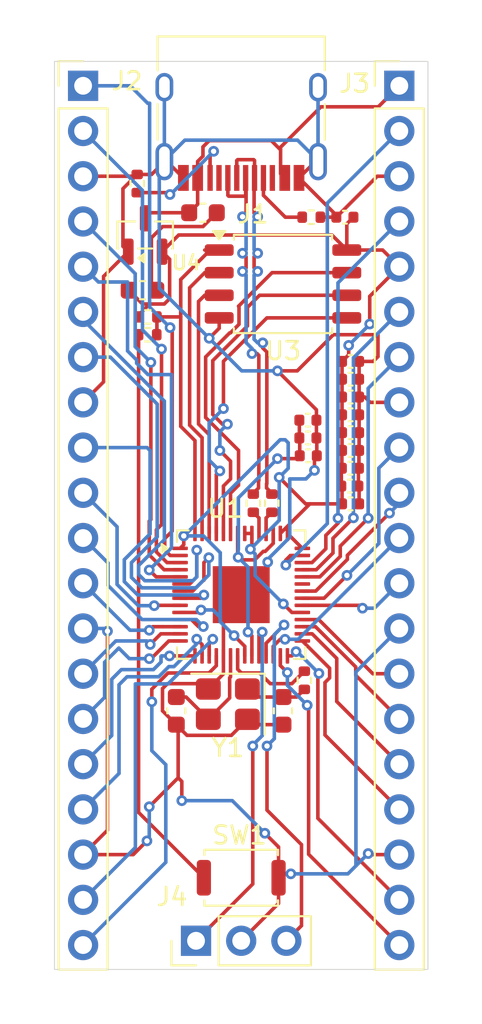
<source format=kicad_pcb>
(kicad_pcb (version 20241229) (generator "pcbnew") (generator_version "9.0")
  (layers (0 "F.Cu" signal) (2 "B.Cu" signal) (13 "F.Paste" user) (15 "B.Paste" user) (5 "F.SilkS" user "F.Silkscreen") (7 "B.SilkS" user "B.Silkscreen") (1 "F.Mask" user) (3 "B.Mask" user) (25 "Edge.Cuts" user))
  (net 0 "")
  (net 1 "GND")
  (net 2 "+1V1")
  (net 3 "Net-(C13-Pad2)")
  (net 4 "VBUS")
  (net 5 "+3V3")
  (net 6 "XIN")
  (net 7 "Net-(C16-Pad2)")
  (net 8 "Net-(J1-CC2)")
  (net 9 "USB_D-")
  (net 10 "USB_D+")
  (net 11 "Net-(J1-CC1)")
  (net 12 "GPI02")
  (net 13 "GPI15")
  (net 14 "GPI00")
  (net 15 "GPI07")
  (net 16 "GPI14")
  (net 17 "GPI10")
  (net 18 "GPI12")
  (net 19 "GPI09")
  (net 20 "GPI13")
  (net 21 "GPI04")
  (net 22 "GPI08")
  (net 23 "GPI01")
  (net 24 "GPI06")
  (net 25 "GPI03")
  (net 26 "GPI05")
  (net 27 "GPI11")
  (net 28 "GPI19")
  (net 29 "GPI17")
  (net 30 "GPI22")
  (net 31 "GPIO27_ADC1")
  (net 32 "GPI21")
  (net 33 "RUN")
  (net 34 "GPI16")
  (net 35 "GPI23")
  (net 36 "GPIO29_ADC3")
  (net 37 "GPI24")
  (net 38 "GPI18")
  (net 39 "GPI20")
  (net 40 "GPIO26_ADC0")
  (net 41 "GPIO28_ADC2")
  (net 42 "SWLCK")
  (net 43 "SWD")
  (net 44 "Net-(U1-USB_DP)")
  (net 45 "Net-(U1-USB_DM)")
  (net 46 "XOUT")
  (net 47 "QSPI_SS")
  (net 48 "Net-(R7-Pad1)")
  (net 49 "QSPI_SD2")
  (net 50 "QSPI_SD1")
  (net 51 "QSPI_SD0")
  (net 52 "QSPI_SCLK")
  (net 54 "QSPI_SD3")
  (footprint "Capacitor_SMD:C_0402_1005Metric" (layer "F.Cu") (at 166.8 65.6)
    (property "Reference" "C3" (hide yes))
    (property "Value" "0.1uF" (hide yes))
  )
  (footprint "Capacitor_SMD:C_0402_1005Metric" (layer "F.Cu") (at 164.4 66.9)
    (property "Reference" "C10" (hide yes))
    (property "Value" "1uF")
  )
  (footprint "Crystal:Crystal_SMD_3225-4Pin_3.2x2.5mm" (layer "F.Cu") (at 159.9 82.85 180)
    (property "Reference" "Y1")
    (property "Value" "12 MHz")
  )
  (footprint "Capacitor_SMD:C_0402_1005Metric" (layer "F.Cu") (at 166.8 71.6)
    (property "Reference" "C9" (hide yes))
    (property "Value" "1uF" (hide yes))
  )
  (footprint "Resistor_SMD:R_0402_1005Metric" (layer "F.Cu") (at 154.8 53.61 90)
    (property "Reference" "R2" (hide yes))
    (property "Value" "5.1K")
  )
  (footprint "Capacitor_SMD:C_0402_1005Metric" (layer "F.Cu") (at 166.8 67.6)
    (property "Reference" "C5" (hide yes))
    (property "Value" "0.1uF" (hide yes))
  )
  (footprint "Resistor_SMD:R_0402_1005Metric" (layer "F.Cu") (at 164.59 55.5)
    (property "Reference" "R1" (hide yes))
    (property "Value" "5.1K")
  )
  (footprint "Capacitor_SMD:C_0402_1005Metric" (layer "F.Cu") (at 164.4 67.9)
    (property "Reference" "C12" (hide yes))
    (property "Value" "0.1uF" (hide yes))
  )
  (footprint "Package_TO_SOT_SMD:SOT-23" (layer "F.Cu") (at 155.25 56.5 90)
    (property "Reference" "U4")
    (property "Value" "MCP1700x-330xxTT" (hide yes))
  )
  (footprint "Connector_PinHeader_2.54mm:PinHeader_1x03_P2.54mm_Vertical" (layer "F.Cu") (at 158.11 96.14 90)
    (property "Reference" "J4")
    (property "Value" "Conn_01x03")
  )
  (footprint "Button_Switch_SMD:SW_Push_SPST_NO_Alps_SKRK" (layer "F.Cu") (at 160.65 92.6 180)
    (property "Reference" "SW1")
    (property "Value" "SW_Push")
  )
  (footprint "Capacitor_SMD:C_0603_1608Metric" (layer "F.Cu") (at 158.5 55.25)
    (property "Reference" "C13" (hide yes))
    (property "Value" "10uF")
  )
  (footprint "Capacitor_SMD:C_0402_1005Metric" (layer "F.Cu") (at 166.8 64.6)
    (property "Reference" "C2" (hide yes))
    (property "Value" "0.1uF" (hide yes))
  )
  (footprint "Resistor_SMD:R_0402_1005Metric" (layer "F.Cu") (at 164.2 81.51 90)
    (property "Reference" "R5" (hide yes))
    (property "Value" "1K")
  )
  (footprint "Connector_PinHeader_2.54mm:PinHeader_1x20_P2.54mm_Vertical" (layer "F.Cu") (at 169.54 48.12)
    (property "Reference" "J3")
    (property "Value" "Conn_01x20")
  )
  (footprint "Capacitor_SMD:C_0402_1005Metric" (layer "F.Cu") (at 166.48 55.5 180)
    (property "Reference" "C17" (hide yes))
    (property "Value" "0.1uF")
  )
  (footprint "Capacitor_SMD:C_0402_1005Metric" (layer "F.Cu") (at 164.42 68.9)
    (property "Reference" "C11" (hide yes))
    (property "Value" "0.1uF" (hide yes))
  )
  (footprint "Connector_USB:USB_C_Receptacle_HRO_TYPE-C-31-M-12" (layer "F.Cu") (at 160.65 49.25 180)
    (property "Reference" "J1")
    (property "Value" "USB_C_Receptacle_USB2.0_14P")
  )
  (footprint "Resistor_SMD:R_0402_1005Metric" (layer "F.Cu") (at 162.37 71.5625 -90)
    (property "Reference" "R4" (hide yes))
    (property "Value" "27")
  )
  (footprint "Package_DFN_QFN:QFN-56-1EP_7x7mm_P0.4mm_EP3.2x3.2mm" (layer "F.Cu") (at 160.65 76.7)
    (property "Reference" "U1")
    (property "Value" "RP2040")
  )
  (footprint "Capacitor_SMD:C_0402_1005Metric" (layer "F.Cu") (at 166.8 63.6)
    (property "Reference" "C1" (hide yes))
    (property "Value" "0.1uF" (hide yes))
  )
  (footprint "Capacitor_SMD:C_0603_1608Metric" (layer "F.Cu") (at 155.1 59.6)
    (property "Reference" "C14" (hide yes))
    (property "Value" "10uF")
  )
  (footprint "Resistor_SMD:R_0402_1005Metric" (layer "F.Cu") (at 155.4 61.1)
    (property "Reference" "R6" (hide yes))
    (property "Value" "10K")
  )
  (footprint "Capacitor_SMD:C_0402_1005Metric" (layer "F.Cu") (at 166.8 68.6)
    (property "Reference" "C6" (hide yes))
    (property "Value" "0.1uF" (hide yes))
  )
  (footprint "Capacitor_SMD:C_0402_1005Metric" (layer "F.Cu") (at 166.8 66.6)
    (property "Reference" "C7" (hide yes))
    (property "Value" "0.1uF" (hide yes))
  )
  (footprint "Package_SO:SOIC-8_5.3x5.3mm_P1.27mm" (layer "F.Cu") (at 163 59.25)
    (property "Reference" "U3")
    (property "Value" "W25Q128JVS")
  )
  (footprint "Resistor_SMD:R_0402_1005Metric" (layer "F.Cu") (at 155.39 62.1)
    (property "Reference" "R7" (hide yes))
    (property "Value" "1K")
  )
  (footprint "Connector_PinHeader_2.54mm:PinHeader_1x20_P2.54mm_Vertical" (layer "F.Cu") (at 151.76 48.12)
    (property "Reference" "J2")
    (property "Value" "Conn_01x20")
  )
  (footprint "Capacitor_SMD:C_0603_1608Metric" (layer "F.Cu") (at 157 83.225 90)
    (property "Reference" "C15" (hide yes))
    (property "Value" "33pF")
  )
  (footprint "Capacitor_SMD:C_0603_1608Metric" (layer "F.Cu") (at 163 83.225 90)
    (property "Reference" "C16" (hide yes))
    (property "Value" "33pF")
  )
  (footprint "Capacitor_SMD:C_0402_1005Metric" (layer "F.Cu") (at 166.76 70.6)
    (property "Reference" "C4" (hide yes))
    (property "Value" "0.1uF" (hide yes))
  )
  (footprint "Capacitor_SMD:C_0402_1005Metric" (layer "F.Cu") (at 166.79 69.6)
    (property "Reference" "C8" (hide yes))
    (property "Value" "0.1uF" (hide yes))
  )
  (footprint "Resistor_SMD:R_0402_1005Metric" (layer "F.Cu") (at 161.33 71.5625 -90)
    (property "Reference" "R3" (hide yes))
    (property "Value" "27")
  )
  (gr_rect (start 150.15 46.75) (end 171.15 97.75) (stroke (width 0.05)) (fill no) (layer "Edge.Cuts"))
  (segment (start 162.75 92.6) (end 162.75 94.04) (width 0.2) (layer "F.Cu") (net 1))
  (segment (start 166 55.395) (end 163.9 53.295) (width 0.2) (layer "F.Cu") (net 1))
  (segment (start 153.13 89.93) (end 151.76 91.3) (width 0.2) (layer "F.Cu") (net 1))
  (segment (start 165.1 55.5) (end 166 55.5) (width 0.2) (layer "F.Cu") (net 1))
  (segment (start 161 83.7) (end 160.099 84.601) (width 0.2) (layer "F.Cu") (net 1))
  (segment (start 169.54 91.3) (end 167.84853 91.3) (width 0.2) (layer "F.Cu") (net 1))
  (segment (start 167.28 66.6) (end 167.28 65.6) (width 0.2) (layer "F.Cu") (net 1))
  (segment (start 157.31 87.190735) (end 157.105 86.985735) (width 0.2) (layer "F.Cu") (net 1))
  (segment (start 167.28 63.6) (end 168.07 63.6) (width 0.2) (layer "F.Cu") (net 1))
  (segment (start 152.911 58.8265) (end 152.911 64.749) (width 0.2) (layer "F.Cu") (net 1))
  (segment (start 157.601 84.601) (end 157 84) (width 0.2) (layer "F.Cu") (net 1))
  (segment (start 156.33 52.38) (end 156.485 52.38) (width 0.2) (layer "F.Cu") (net 1))
  (segment (start 167.6 65.6) (end 167.9 65.9) (width 0.2) (layer "F.Cu") (net 1))
  (segment (start 155.35 90.53) (end 154.58 91.3) (width 0.2) (layer "F.Cu") (net 1))
  (segment (start 154 53.9) (end 154.8 53.1) (width 0.2) (layer "F.Cu") (net 1))
  (segment (start 167.27 68.61) (end 167.28 68.6) (width 0.2) (layer "F.Cu") (net 1))
  (segment (start 166 55.5) (end 168.3 53.2) (width 0.2) (layer "F.Cu") (net 1))
  (segment (start 152.911 64.749) (end 151.76 65.9) (width 0.2) (layer "F.Cu") (net 1))
  (segment (start 160.099 84.601) (end 157.601 84.601) (width 0.2) (layer "F.Cu") (net 1))
  (segment (start 164.77 69.72) (end 164.77 69.03) (width 0.2) (layer "F.Cu") (net 1))
  (segment (start 164.88 66.31888) (end 162.69112 64.13) (width 0.2) (layer "F.Cu") (net 1))
  (segment (start 162.97 92.38) (end 162.75 92.6) (width 0.2) (layer "F.Cu") (net 1))
  (segment (start 167.84853 91.3) (end 167.789265 91.240735) (width 0.2) (layer "F.Cu") (net 1))
  (segment (start 156.501 81.699) (end 158.499 81.699) (width 0.2) (layer "F.Cu") (net 1))
  (segment (start 164.815 52.38) (end 163.9 53.295) (width 0.2) (layer "F.Cu") (net 1))
  (segment (start 154.3 57.4375) (end 152.911 58.8265) (width 0.2) (layer "F.Cu") (net 1))
  (segment (start 157 84) (end 157.105 84.105) (width 0.2) (layer "F.Cu") (net 1))
  (segment (start 164.88 66.9) (end 164.88 67.9) (width 0.2) (layer "F.Cu") (net 1))
  (segment (start 159.65 77.7) (end 160.65 76.7) (width 0.2) (layer "F.Cu") (net 1))
  (segment (start 158.8 82) (end 159.65 81.15) (width 0.2) (layer "F.Cu") (net 1))
  (segment (start 167.27 69.6) (end 167.27 68.61) (width 0.2) (layer "F.Cu") (net 1))
  (segment (start 167.28 65.6) (end 167.6 65.6) (width 0.2) (layer "F.Cu") (net 1))
  (segment (start 156.224 83.224) (end 156.224 81.976) (width 0.2) (layer "F.Cu") (net 1))
  (segment (start 167.28 70.64) (end 167.24 70.6) (width 0.2) (layer "F.Cu") (net 1))
  (segment (start 164.97 52.38) (end 164.815 52.38) (width 0.2) (layer "F.Cu") (net 1))
  (segment (start 156.224 81.976) (end 156.501 81.699) (width 0.2) (layer "F.Cu") (net 1))
  (segment (start 162.69112 64.13) (end 163.8 64.13) (width 0.2) (layer "F.Cu") (net 1))
  (segment (start 164.88 66.9) (end 164.88 66.31888) (width 0.2) (layer "F.Cu") (net 1))
  (segment (start 156.485 52.38) (end 157.4 53.295) (width 0.2) (layer "F.Cu") (net 1))
  (segment (start 157.31 88.27) (end 157.31 87.190735) (width 0.2) (layer "F.Cu") (net 1))
  (segment (start 168.07 63.6) (end 168.34 63.33) (width 0.2) (layer "F.Cu") (net 1))
  (segment (start 163.44 92.38) (end 162.97 92.38) (width 0.2) (layer "F.Cu") (net 1))
  (segment (start 161 83.7) (end 160.5 83.7) (width 0.2) (layer "F.Cu") (net 1))
  (segment (start 151.76 53.2) (end 154.7 53.2) (width 0.2) (layer "F.Cu") (net 1))
  (segment (start 168.34 63.33) (end 168.34 62.1) (width 0.2) (layer "F.Cu") (net 1))
  (segment (start 159.65 80.1375) (end 159.65 77.7) (width 0.2) (layer "F.Cu") (net 1))
  (segment (start 167.24 69.63) (end 167.27 69.6) (width 0.2) (layer "F.Cu") (net 1))
  (segment (start 164.77 69.03) (end 164.9 68.9) (width 0.2) (layer "F.Cu") (net 1))
  (segment (start 157 84) (end 156.224 83.224) (width 0.2) (layer "F.Cu") (net 1))
  (segment (start 167.28 63.6) (end 167.28 64.6) (width 0.2) (layer "F.Cu") (net 1))
  (segment (start 162.75 90.87) (end 161.98 90.1) (width 0.2) (layer "F.Cu") (net 1))
  (segment (start 159.4125 61.155) (end 159.4125 61.7375) (width 0.2) (layer "F.Cu") (net 1))
  (segment (start 168.3 53.2) (end 169.54 53.2) (width 0.2) (layer "F.Cu") (net 1))
  (segment (start 168.34 62.1) (end 165.83 62.1) (width 0.2) (layer "F.Cu") (net 1))
  (segment (start 167.28 68.6) (end 167.28 67.6) (width 0.2) (layer "F.Cu") (net 1))
  (segment (start 163 84) (end 161.3 84) (width 0.2) (layer "F.Cu") (net 1))
  (segment (start 157.105 86.985735) (end 155.48 88.610735) (width 0.2) (layer "F.Cu") (net 1))
  (segment (start 162.75 92.6) (end 162.75 90.87) (width 0.2) (layer "F.Cu") (net 1))
  (segment (start 164.9 68.9) (end 164.9 67.92) (width 0.2) (layer "F.Cu") (net 1))
  (segment (start 159.4125 61.7375) (end 158.85 62.3) (width 0.2) (layer "F.Cu") (net 1))
  (segment (start 167.9 65.9) (end 169.54 65.9) (width 0.2) (layer "F.Cu") (net 1))
  (segment (start 158.499 81.699) (end 158.8 82) (width 0.2) (layer "F.Cu") (net 1))
  (segment (start 157.105 84.105) (end 157.105 86.985735) (width 0.2) (layer "F.Cu") (net 1))
  (segment (start 162.14 75.21) (end 162.14 74.87) (width 0.2) (layer "F.Cu") (net 1))
  (segment (start 165.83 62.1) (end 163.8 64.13) (width 0.2) (layer "F.Cu") (net 1))
  (segment (start 153.13 78.75) (end 153.13 89.93) (width 0.2) (layer "F.Cu") (net 1))
  (segment (start 154.58 91.3) (end 151.76 91.3) (width 0.2) (layer "F.Cu") (net 1))
  (segment (start 167.28 67.6) (end 167.28 66.6) (width 0.2) (layer "F.Cu") (net 1))
  (segment (start 164.9 67.92) (end 164.88 67.9) (width 0.2) (layer "F.Cu") (net 1))
  (segment (start 154.3 57.4375) (end 154 57.1375) (width 0.2) (layer "F.Cu") (net 1))
  (segment (start 162.75 94.04) (end 160.65 96.14) (width 0.2) (layer "F.Cu") (net 1))
  (segment (start 160.65 76.7) (end 162.14 75.21) (width 0.2) (layer "F.Cu") (net 1))
  (segment (start 167.24 70.6) (end 167.24 69.63) (width 0.2) (layer "F.Cu") (net 1))
  (segment (start 166 55.5) (end 166 55.395) (width 0.2) (layer "F.Cu") (net 1))
  (segment (start 161.3 84) (end 161 83.7) (width 0.2) (layer "F.Cu") (net 1))
  (segment (start 155.61 53.1) (end 156.33 52.38) (width 0.2) (layer "F.Cu") (net 1))
  (segment (start 154.8 53.1) (end 155.61 53.1) (width 0.2) (layer "F.Cu") (net 1))
  (segment (start 154.7 53.2) (end 154.8 53.1) (width 0.2) (layer "F.Cu") (net 1))
  (segment (start 167.28 65.6) (end 167.28 64.6) (width 0.2) (layer "F.Cu") (net 1))
  (segment (start 159.65 81.15) (end 159.65 80.1375) (width 0.2) (layer "F.Cu") (net 1))
  (segment (start 167.28 71.6) (end 167.28 70.64) (width 0.2) (layer "F.Cu") (net 1))
  (segment (start 154 57.1375) (end 154 53.9) (width 0.2) (layer "F.Cu") (net 1))
  (via (at 164.77 69.72) (size 0.6) (drill 0.3) (layers "F.Cu" "B.Cu") (net 1))
  (via (at 167.789265 91.240735) (size 0.6) (drill 0.3) (layers "F.Cu" "B.Cu") (net 1))
  (via (at 155.48 88.610735) (size 0.6) (drill 0.3) (layers "F.Cu" "B.Cu") (net 1))
  (via (at 157.31 88.27) (size 0.6) (drill 0.3) (layers "F.Cu" "B.Cu") (net 1))
  (via (at 153.13 78.75) (size 0.6) (drill 0.3) (layers "F.Cu" "B.Cu") (net 1))
  (via (at 162.69112 64.13) (size 0.6) (drill 0.3) (layers "F.Cu" "B.Cu") (net 1))
  (via (at 158.85 62.3) (size 0.6) (drill 0.3) (layers "F.Cu" "B.Cu") (net 1))
  (via (at 162.14 74.87) (size 0.6) (drill 0.3) (layers "F.Cu" "B.Cu") (net 1))
  (via (at 163.44 92.38) (size 0.6) (drill 0.3) (layers "F.Cu" "B.Cu") (net 1))
  (via (at 161.98 90.1) (size 0.6) (drill 0.3) (layers "F.Cu" "B.Cu") (net 1))
  (via (at 155.35 90.53) (size 0.6) (drill 0.3) (layers "F.Cu" "B.Cu") (net 1))
  (segment (start 167.1 91.93) (end 166.65 92.38) (width 0.2) (layer "B.Cu") (net 1))
  (segment (start 160.15 88.27) (end 157.31 88.27) (width 0.2) (layer "B.Cu") (net 1))
  (segment (start 162.14 74.87) (end 162.14 74.718694) (width 0.2) (layer "B.Cu") (net 1))
  (segment (start 161.98 90.1) (end 160.15 88.27) (width 0.2) (layer "B.Cu") (net 1))
  (segment (start 163.38 70.2) (end 164.29 70.2) (width 0.2) (layer "B.Cu") (net 1))
  (segment (start 164.97 48.2) (end 164.97 52.38) (width 0.2) (layer "B.Cu") (net 1))
  (segment (start 152.98 78.6) (end 153.13 78.75) (width 0.2) (layer "B.Cu") (net 1))
  (segment (start 156.33 52.38) (end 156.33 52.323992) (width 0.2) (layer "B.Cu") (net 1))
  (segment (start 164.29 70.2) (end 164.77 69.72) (width 0.2) (layer "B.Cu") (net 1))
  (segment (start 156.33 52.323992) (end 157.479992 51.174) (width 0.2) (layer "B.Cu") (net 1))
  (segment (start 158.85 62.3) (end 160.68 64.13) (width 0.2) (layer "B.Cu") (net 1))
  (segment (start 151.76 78.6) (end 152.98 78.6) (width 0.2) (layer "B.Cu") (net 1))
  (segment (start 167.789265 91.240735) (end 167.1 91.93) (width 0.2) (layer "B.Cu") (net 1))
  (segment (start 162.14 74.718694) (end 163.38 73.478694) (width 0.2) (layer "B.Cu") (net 1))
  (segment (start 155.48 88.610735) (end 155.48 90.4) (width 0.2) (layer "B.Cu") (net 1))
  (segment (start 163.820008 51.174) (end 164.97 52.323992) (width 0.2) (layer "B.Cu") (net 1))
  (segment (start 163.38 73.478694) (end 163.38 70.2) (width 0.2) (layer "B.Cu") (net 1))
  (segment (start 160.68 64.13) (end 162.69112 64.13) (width 0.2) (layer "B.Cu") (net 1))
  (segment (start 164.97 52.323992) (end 164.97 52.38) (width 0.2) (layer "B.Cu") (net 1))
  (segment (start 167.1 91.93) (end 167.1 81.04) (width 0.2) (layer "B.Cu") (net 1))
  (segment (start 166.65 92.38) (end 163.44 92.38) (width 0.2) (layer "B.Cu") (net 1))
  (segment (start 156.043038 52.666962) (end 156.33 52.38) (width 0.2) (layer "B.Cu") (net 1))
  (segment (start 158.85 62.3) (end 156.043038 59.493038) (width 0.2) (layer "B.Cu") (net 1))
  (segment (start 156.043038 59.493038) (end 156.043038 52.666962) (width 0.2) (layer "B.Cu") (net 1))
  (segment (start 167.1 81.04) (end 169.54 78.6) (width 0.2) (layer "B.Cu") (net 1))
  (segment (start 156.33 48.2) (end 156.33 52.38) (width 0.2) (layer "B.Cu") (net 1))
  (segment (start 157.479992 51.174) (end 163.820008 51.174) (width 0.2) (layer "B.Cu") (net 1))
  (segment (start 155.48 90.4) (end 155.35 90.53) (width 0.2) (layer "B.Cu") (net 1))
  (segment (start 162.69112 69.06) (end 163.78 69.06) (width 0.2) (layer "F.Cu") (net 2))
  (segment (start 161.891057 74.269) (end 162.001 74.269) (width 0.2) (layer "F.Cu") (net 2))
  (segment (start 161.25 80.1375) (end 161.25 79.018532) (width 0.2) (layer "F.Cu") (net 2))
  (segment (start 161.413793 74.746264) (end 161.891057 74.269) (width 0.2) (layer "F.Cu") (net 2))
  (segment (start 161.25 79.018532) (end 161.03147 78.800002) (width 0.2) (layer "F.Cu") (net 2))
  (segment (start 162.45 73.82) (end 162.001 74.269) (width 0.2) (layer "F.Cu") (net 2))
  (segment (start 163.92 67.9) (end 163.92 66.9) (width 0.2) (layer "F.Cu") (net 2))
  (segment (start 163.94 68.9) (end 163.94 67.92) (width 0.2) (layer "F.Cu") (net 2))
  (segment (start 162.45 73.2625) (end 162.45 73.82) (width 0.2) (layer "F.Cu") (net 2))
  (segment (start 160.626264 74.746264) (end 161.413793 74.746264) (width 0.2) (layer "F.Cu") (net 2))
  (segment (start 160.45 74.57) (end 160.48 74.6) (width 0.2) (layer "F.Cu") (net 2))
  (segment (start 163.94 67.92) (end 163.92 67.9) (width 0.2) (layer "F.Cu") (net 2))
  (segment (start 163.78 69.06) (end 163.94 68.9) (width 0.2) (layer "F.Cu") (net 2))
  (segment (start 160.48 74.6) (end 160.626264 74.746264) (width 0.2) (layer "F.Cu") (net 2))
  (segment (start 160.45 73.2625) (end 160.45 74.57) (width 0.2) (layer "F.Cu") (net 2))
  (via (at 160.48 74.6) (size 0.6) (drill 0.3) (layers "F.Cu" "B.Cu") (net 2))
  (via (at 162.69112 69.06) (size 0.6) (drill 0.3) (layers "F.Cu" "B.Cu") (net 2))
  (via (at 161.03147 78.800002) (size 0.6) (drill 0.3) (layers "F.Cu" "B.Cu") (net 2))
  (segment (start 161.03147 78.800002) (end 161.03147 75.15147) (width 0.2) (layer "B.Cu") (net 2))
  (segment (start 161.03147 75.15147) (end 160.48 74.6) (width 0.2) (layer "B.Cu") (net 2))
  (segment (start 160.49 74.15) (end 160.49 71.26112) (width 0.2) (layer "B.Cu") (net 2))
  (segment (start 160.48 74.16) (end 160.49 74.15) (width 0.2) (layer "B.Cu") (net 2))
  (segment (start 160.48 74.6) (end 160.48 74.16) (width 0.2) (layer "B.Cu") (net 2))
  (segment (start 160.49 71.26112) (end 162.69112 69.06) (width 0.2) (layer "B.Cu") (net 2))
  (segment (start 158.8 55.726) (end 158.5 56.026) (width 0.2) (layer "F.Cu") (net 3))
  (segment (start 158.8 55.725) (end 159.275 55.25) (width 0.2) (layer "F.Cu") (net 3))
  (segment (start 158.8 55.725) (end 158.8 55.726) (width 0.2) (layer "F.Cu") (net 3))
  (segment (start 155.599 56.659032) (end 155.599 59.324) (width 0.2) (layer "F.Cu") (net 3))
  (segment (start 156.232032 56.026) (end 158.5 56.026) (width 0.2) (layer "F.Cu") (net 3))
  (segment (start 155.599 59.324) (end 155.875 59.6) (width 0.2) (layer "F.Cu") (net 3))
  (segment (start 155.599 56.659032) (end 156.232032 56.026) (width 0.2) (layer "F.Cu") (net 3))
  (segment (start 158.2 54.775) (end 158.2 53.295) (width 0.2) (layer "F.Cu") (net 4))
  (segment (start 157.725 55.25) (end 155.5625 55.25) (width 0.2) (layer "F.Cu") (net 4))
  (segment (start 165.132992 49.301) (end 168.359 49.301) (width 0.2) (layer "F.Cu") (net 4))
  (segment (start 163.1 53.295) (end 162.864 53.059) (width 0.2) (layer "F.Cu") (net 4))
  (segment (start 162.864 51.72) (end 162.864 51.569992) (width 0.2) (layer "F.Cu") (net 4))
  (segment (start 158.2 53.295) (end 158.2 52.37) (width 0.2) (layer "F.Cu") (net 4))
  (segment (start 162.343 51.199) (end 162.864 51.72) (width 0.2) (layer "F.Cu") (net 4))
  (segment (start 157.725 55.25) (end 158.2 54.775) (width 0.2) (layer "F.Cu") (net 4))
  (segment (start 162.864 53.059) (end 162.864 51.72) (width 0.2) (layer "F.Cu") (net 4))
  (segment (start 158.499 51.551057) (end 158.851057 51.199) (width 0.2) (layer "F.Cu") (net 4))
  (segment (start 158.499 52.071) (end 158.499 51.551057) (width 0.2) (layer "F.Cu") (net 4))
  (segment (start 168.359 49.301) (end 169.54 48.12) (width 0.2) (layer "F.Cu") (net 4))
  (segment (start 158.2 52.37) (end 158.499 52.071) (width 0.2) (layer "F.Cu") (net 4))
  (segment (start 162.864 51.569992) (end 165.132992 49.301) (width 0.2) (layer "F.Cu") (net 4))
  (segment (start 158.851057 51.199) (end 162.343 51.199) (width 0.2) (layer "F.Cu") (net 4))
  (segment (start 155.5625 55.25) (end 155.25 55.5625) (width 0.2) (layer "F.Cu") (net 4))
  (segment (start 166.5875 55.8725) (end 166.96 55.5) (width 0.2) (layer "F.Cu") (net 5))
  (segment (start 155.5 60.376) (end 156.32411 60.376) (width 0.2) (layer "F.Cu") (net 5))
  (segment (start 166.31 68.61) (end 166.32 68.6) (width 0.2) (layer "F.Cu") (net 5))
  (segment (start 166.692625 63.227375) (end 166.32 63.6) (width 0.2) (layer "F.Cu") (net 5))
  (segment (start 166.32 70.64) (end 166.28 70.6) (width 0.2) (layer "F.Cu") (net 5))
  (segment (start 169.54 58.28) (end 167.876182 59.943818) (width 0.2) (layer "F.Cu") (net 5))
  (segment (start 160.85 80.1375) (end 160.85 79.6) (width 0.2) (layer "F.Cu") (net 5))
  (segment (start 163.5 77.7) (end 163.02 77.22) (width 0.2) (layer "F.Cu") (net 5))
  (segment (start 163.25 73.2625) (end 164.0875 74.1) (width 0.2) (layer "F.Cu") (net 5))
  (segment (start 166.28 70.6) (end 166.28 69.63) (width 0.2) (layer "F.Cu") (net 5))
  (segment (start 166.32 67.6) (end 166.32 66.6) (width 0.2) (layer "F.Cu") (net 5))
  (segment (start 160.85 79.6) (end 160.25 79) (width 0.2) (layer "F.Cu") (net 5))
  (segment (start 167.876182 59.943818) (end 167.876182 61.5) (width 0.2) (layer "F.Cu") (net 5))
  (segment (start 156.32411 60.376) (end 156.626 60.07411) (width 0.2) (layer "F.Cu") (net 5))
  (segment (start 164.272864 71.6) (end 164.5125 71.6) (width 0.2) (layer "F.Cu") (net 5))
  (segment (start 155.101 60.376) (end 155.5 60.376) (width 0.2) (layer "F.Cu") (net 5))
  (segment (start 154.89 61.1) (end 154.89 60.986) (width 0.2) (layer "F.Cu") (net 5))
  (segment (start 166.32 71.6) (end 166.32 70.64) (width 0.2) (layer "F.Cu") (net 5))
  (segment (start 166.28 69.63) (end 166.31 69.6) (width 0.2) (layer "F.Cu") (net 5))
  (segment (start 166.32 71.6) (end 164.5125 71.6) (width 0.2) (layer "F.Cu") (net 5))
  (segment (start 157.42 73.4) (end 157.42 73.8925) (width 0.2) (layer "F.Cu") (net 5))
  (segment (start 166.5875 57.3375) (end 165.75 56.5) (width 0.2) (layer "F.Cu") (net 5))
  (segment (start 166.5875 57.345) (end 166.5875 55.8725) (width 0.2) (layer "F.Cu") (net 5))
  (segment (start 161.25 73.2625) (end 160.85 73.2625) (width 0.2) (layer "F.Cu") (net 5))
  (segment (start 161.25 74.061528) (end 161.166264 74.145264) (width 0.2) (layer "F.Cu") (net 5))
  (segment (start 168.605 57.345) (end 169.54 58.28) (width 0.2) (layer "F.Cu") (net 5))
  (segment (start 157.1375 56.5) (end 156.2 57.4375) (width 0.2) (layer "F.Cu") (net 5))
  (segment (start 157.2125 77.7) (end 158.249174 77.7) (width 0.2) (layer "F.Cu") (net 5))
  (segment (start 166.5875 57.345) (end 166.5875 57.3375) (width 0.2) (layer "F.Cu") (net 5))
  (segment (start 166.32 64.6) (end 166.32 63.6) (width 0.2) (layer "F.Cu") (net 5))
  (segment (start 161.25 73.2625) (end 161.25 74.061528) (width 0.2) (layer "F.Cu") (net 5))
  (segment (start 164.0875 77.7) (end 163.5 77.7) (width 0.2) (layer "F.Cu") (net 5))
  (segment (start 165.75 56.5) (end 157.1375 56.5) (width 0.2) (layer "F.Cu") (net 5))
  (segment (start 166.32 64.6) (end 166.32 65.6) (width 0.2) (layer "F.Cu") (net 5))
  (segment (start 162.78628 70.113416) (end 164.272864 71.6) (width 0.2) (layer "F.Cu") (net 5))
  (segment (start 157.42 73.8925) (end 157.2125 74.1) (width 0.2) (layer "F.Cu") (net 5))
  (segment (start 154.325 59.6) (end 155.101 60.376) (width 0.2) (layer "F.Cu") (net 5))
  (segment (start 166.5875 57.345) (end 168.605 57.345) (width 0.2) (layer "F.Cu") (net 5))
  (segment (start 164.5125 71.6) (end 162.85 73.2625) (width 0.2) (layer "F.Cu") (net 5))
  (segment (start 154.89 60.986) (end 155.5 60.376) (width 0.2) (layer "F.Cu") (net 5))
  (segment (start 166.31 69.6) (end 166.31 68.61) (width 0.2) (layer "F.Cu") (net 5))
  (segment (start 166.32 67.6) (end 166.32 68.6) (width 0.2) (layer "F.Cu") (net 5))
  (segment (start 156.626 60.07411) (end 156.626 57.8635) (width 0.2) (layer "F.Cu") (net 5))
  (segment (start 166.692625 62.7) (end 166.692625 63.227375) (width 0.2) (layer "F.Cu") (net 5))
  (segment (start 156.626 57.8635) (end 156.2 57.4375) (width 0.2) (layer "F.Cu") (net 5))
  (segment (start 166.32 66.6) (end 166.32 65.6) (width 0.2) (layer "F.Cu") (net 5))
  (segment (start 166.28 70.6) (end 166.13 70.45) (width 0.2) (layer "F.Cu") (net 5))
  (segment (start 158.249174 77.7) (end 158.390287 77.558887) (width 0.2) (layer "F.Cu") (net 5))
  (via (at 163.02 77.22) (size 0.6) (drill 0.3) (layers "F.Cu" "B.Cu") (net 5))
  (via (at 160.25 79) (size 0.6) (drill 0.3) (layers "F.Cu" "B.Cu") (net 5))
  (via (at 161.166264 74.145264) (size 0.6) (drill 0.3) (layers "F.Cu" "B.Cu") (net 5))
  (via (at 162.78628 70.113416) (size 0.6) (drill 0.3) (layers "F.Cu" "B.Cu") (net 5))
  (via (at 158.390287 77.558887) (size 0.6) (drill 0.3) (layers "F.Cu" "B.Cu") (net 5))
  (via (at 166.692625 62.7) (size 0.6) (drill 0.3) (layers "F.Cu" "B.Cu") (net 5))
  (via (at 157.42 73.4) (size 0.6) (drill 0.3) (layers "F.Cu" "B.Cu") (net 5))
  (via (at 167.876182 61.5) (size 0.6) (drill 0.3) (layers "F.Cu" "B.Cu") (net 5))
  (segment (start 163.02 77.22) (end 161.43247 75.63247) (width 0.2) (layer "B.Cu") (net 5))
  (segment (start 161.43247 75.63247) (end 161.43247 74.41147) (width 0.2) (layer "B.Cu") (net 5))
  (segment (start 158.11 73.4) (end 157.42 73.4) (width 0.2) (layer "B.Cu") (net 5))
  (segment (start 159.059887 77.558887) (end 159.471 77.97) (width 0.2) (layer "B.Cu") (net 5))
  (segment (start 163.29212 68.17212) (end 163.29212 69.607576) (width 0.2) (layer "B.Cu") (net 5))
  (segment (start 163.29212 68.17212) (end 163.12 68) (width 0.2) (layer "B.Cu") (net 5))
  (segment (start 162.78628 72.525248) (end 162.78628 70.113416) (width 0.2) (layer "B.Cu") (net 5))
  (segment (start 157.44 73.4) (end 157.42 73.4) (width 0.2) (layer "B.Cu") (net 5))
  (segment (start 158.390287 77.558887) (end 159.059887 77.558887) (width 0.2) (layer "B.Cu") (net 5))
  (segment (start 159.471 74.341057) (end 158.529943 73.4) (width 0.2) (layer "B.Cu") (net 5))
  (segment (start 162.84 68) (end 157.44 73.4) (width 0.2) (layer "B.Cu") (net 5))
  (segment (start 160.25 79) (end 159.471 78.221) (width 0.2) (layer "B.Cu") (net 5))
  (segment (start 163.29212 69.607576) (end 162.78628 70.113416) (width 0.2) (layer "B.Cu") (net 5))
  (segment (start 161.43247 74.41147) (end 161.166264 74.145264) (width 0.2) (layer "B.Cu") (net 5))
  (segment (start 163.12 68) (end 162.84 68) (width 0.2) (layer "B.Cu") (net 5))
  (segment (start 159.471 77.97) (end 159.471 78.221) (width 0.2) (layer "B.Cu") (net 5))
  (segment (start 161.166264 74.145264) (end 162.78628 72.525248) (width 0.2) (layer "B.Cu") (net 5))
  (segment (start 167.876182 61.5) (end 167.876182 61.516443) (width 0.2) (layer "B.Cu") (net 5))
  (segment (start 158.529943 73.4) (end 158.11 73.4) (width 0.2) (layer "B.Cu") (net 5))
  (segment (start 167.876182 61.516443) (end 166.692625 62.7) (width 0.2) (layer "B.Cu") (net 5))
  (segment (start 159.471 78.221) (end 159.471 74.341057) (width 0.2) (layer "B.Cu") (net 5))
  (segment (start 158.8 83.7) (end 160 82.5) (width 0.2) (layer "F.Cu") (net 6))
  (segment (start 160.05 81.3171) (end 160.05 80.1375) (width 0.2) (layer "F.Cu") (net 6))
  (segment (start 157.55 82.45) (end 157 82.45) (width 0.2) (layer "F.Cu") (net 6))
  (segment (start 158.8 83.7) (end 157.55 82.45) (width 0.2) (layer "F.Cu") (net 6))
  (segment (start 160 81.3671) (end 160.05 81.3171) (width 0.2) (layer "F.Cu") (net 6))
  (segment (start 160 82.5) (end 160 81.3671) (width 0.2) (layer "F.Cu") (net 6))
  (segment (start 161.45 82.45) (end 161 82) (width 0.2) (layer "F.Cu") (net 7))
  (segment (start 163.77 82.45) (end 164.2 82.02) (width 0.2) (layer "F.Cu") (net 7))
  (segment (start 163 82.45) (end 161.45 82.45) (width 0.2) (layer "F.Cu") (net 7))
  (segment (start 163 82.45) (end 163.77 82.45) (width 0.2) (layer "F.Cu") (net 7))
  (segment (start 154.8 54.12) (end 156.538855 54.12) (width 0.2) (layer "F.Cu") (net 8))
  (segment (start 159.1 51.8) (end 158.9 52) (width 0.2) (layer "F.Cu") (net 8))
  (segment (start 158.9 52) (end 158.9 53.295) (width 0.2) (layer "F.Cu") (net 8))
  (segment (start 156.538855 54.12) (end 156.644038 54.225183) (width 0.2) (layer "F.Cu") (net 8))
  (via (at 159.1 51.8) (size 0.6) (drill 0.3) (layers "F.Cu" "B.Cu") (net 8))
  (via (at 156.644038 54.225183) (size 0.6) (drill 0.3) (layers "F.Cu" "B.Cu") (net 8))
  (segment (start 156.644038 54.225183) (end 156.674817 54.225183) (width 0.2) (layer "B.Cu") (net 8))
  (segment (start 156.674817 54.225183) (end 159.1 51.8) (width 0.2) (layer "B.Cu") (net 8))
  (segment (start 162.075 70.7075) (end 162.37 71.0025) (width 0.2) (layer "F.Cu") (net 9))
  (segment (start 161.375001 55.275001) (end 161.575 55.475) (width 0.2) (layer "F.Cu") (net 9))
  (segment (start 160.449 52.269) (end 161.351 52.269) (width 0.2) (layer "F.Cu") (net 9))
  (segment (start 162.09112 63.072921) (end 162.09112 70.464542) (width 0.2) (layer "F.Cu") (net 9))
  (segment (start 162.27 71.0025) (end 162.27 71.0525) (width 0.2) (layer "F.Cu") (net 9))
  (segment (start 161.351 52.269) (end 161.4 52.318) (width 0.2) (layer "F.Cu") (net 9))
  (segment (start 161.4 53.295) (end 161.375001 53.319999) (width 0.2) (layer "F.Cu") (net 9))
  (segment (start 161.375001 57.724999) (end 161.375001 58.344459) (width 0.2) (layer "F.Cu") (net 9))
  (segment (start 160.4 53.295) (end 160.4 52.318) (width 0.2) (layer "F.Cu") (net 9))
  (segment (start 162.09112 70.464542) (end 162.075 70.480662) (width 0.2) (layer "F.Cu") (net 9))
  (segment (start 162.37 71.0025) (end 162.37 71.0525) (width 0.2) (layer "F.Cu") (net 9))
  (segment (start 162.075 70.480662) (end 162.075 70.7075) (width 0.2) (layer "F.Cu") (net 9))
  (segment (start 161.375001 53.319999) (end 161.375001 55.275001) (width 0.2) (layer "F.Cu") (net 9))
  (segment (start 161.375001 58.344459) (end 161.575 58.544458) (width 0.2) (layer "F.Cu") (net 9))
  (segment (start 161.4 52.318) (end 161.4 53.295) (width 0.2) (layer "F.Cu") (net 9))
  (segment (start 161.575 57.525) (end 161.375001 57.724999) (width 0.2) (layer "F.Cu") (net 9))
  (segment (start 161.858885 62.840686) (end 162.09112 63.072921) (width 0.2) (layer "F.Cu") (net 9))
  (segment (start 161.858885 62.557843) (end 161.858885 62.840686) (width 0.2) (layer "F.Cu") (net 9))
  (segment (start 160.4 52.318) (end 160.449 52.269) (width 0.2) (layer "F.Cu") (net 9))
  (segment (start 160.4 53.295) (end 160.424999 53.319999) (width 0.2) (layer "F.Cu") (net 9))
  (via (at 161.575 55.475) (size 0.6) (drill 0.3) (layers "F.Cu" "B.Cu") (net 9))
  (via (at 161.575 58.544458) (size 0.6) (drill 0.3) (layers "F.Cu" "B.Cu") (net 9))
  (via (at 161.858885 62.557843) (size 0.6) (drill 0.3) (layers "F.Cu" "B.Cu") (net 9))
  (via (at 161.575 57.525) (size 0.6) (drill 0.3) (layers "F.Cu" "B.Cu") (net 9))
  (segment (start 161.575 58.544458) (end 161.375001 58.744457) (width 0.2) (layer "B.Cu") (net 9))
  (segment (start 161.576042 62.557843) (end 161.858885 62.557843) (width 0.2) (layer "B.Cu") (net 9))
  (segment (start 161.375001 55.674999) (end 161.375001 57.325001) (width 0.2) (layer "B.Cu") (net 9))
  (segment (start 161.375001 57.325001) (end 161.575 57.525) (width 0.2) (layer "B.Cu") (net 9))
  (segment (start 161.375001 62.356802) (end 161.576042 62.557843) (width 0.2) (layer "B.Cu") (net 9))
  (segment (start 161.575 55.475) (end 161.375001 55.674999) (width 0.2) (layer "B.Cu") (net 9))
  (segment (start 161.375001 58.744457) (end 161.375001 62.356802) (width 0.2) (layer "B.Cu") (net 9))
  (segment (start 161.257843 63.158885) (end 161.540686 63.158885) (width 0.2) (layer "F.Cu") (net 10))
  (segment (start 160.924999 58.344459) (end 160.725 58.544458) (width 0.2) (layer "F.Cu") (net 10))
  (segment (start 160.725 57.525) (end 160.924999 57.724999) (width 0.2) (layer "F.Cu") (net 10))
  (segment (start 160.924999 55.275001) (end 160.725 55.475) (width 0.2) (layer "F.Cu") (net 10))
  (segment (start 161.625 70.308456) (end 161.625 70.7075) (width 0.2) (layer "F.Cu") (net 10))
  (segment (start 159.9 54.272) (end 159.949 54.321) (width 0.2) (layer "F.Cu") (net 10))
  (segment (start 160.924999 57.724999) (end 160.924999 58.344459) (width 0.2) (layer "F.Cu") (net 10))
  (segment (start 160.9 54.272) (end 160.9 53.295) (width 0.2) (layer "F.Cu") (net 10))
  (segment (start 160.924999 53.319999) (end 160.924999 55.275001) (width 0.2) (layer "F.Cu") (net 10))
  (segment (start 160.9 53.295) (end 160.875001 53.319999) (width 0.2) (layer "F.Cu") (net 10))
  (segment (start 161.43 71.0025) (end 161.43 71.0525) (width 0.2) (layer "F.Cu") (net 10))
  (segment (start 159.949 54.321) (end 160.851 54.321) (width 0.2) (layer "F.Cu") (net 10))
  (segment (start 161.64112 70.292336) (end 161.625 70.308456) (width 0.2) (layer "F.Cu") (net 10))
  (segment (start 161.540686 63.158885) (end 161.64112 63.259319) (width 0.2) (layer "F.Cu") (net 10))
  (segment (start 159.9 53.295) (end 159.9 54.272) (width 0.2) (layer "F.Cu") (net 10))
  (segment (start 161.33 71.0025) (end 161.33 71.0525) (width 0.2) (layer "F.Cu") (net 10))
  (segment (start 161.64112 63.259319) (end 161.64112 70.292336) (width 0.2) (layer "F.Cu") (net 10))
  (segment (start 160.851 54.321) (end 160.9 54.272) (width 0.2) (layer "F.Cu") (net 10))
  (segment (start 161.625 70.7075) (end 161.33 71.0025) (width 0.2) (layer "F.Cu") (net 10))
  (segment (start 160.9 53.295) (end 160.924999 53.319999) (width 0.2) (layer "F.Cu") (net 10))
  (via (at 160.725 57.525) (size 0.6) (drill 0.3) (layers "F.Cu" "B.Cu") (net 10))
  (via (at 160.725 58.544458) (size 0.6) (drill 0.3) (layers "F.Cu" "B.Cu") (net 10))
  (via (at 160.725 55.475) (size 0.6) (drill 0.3) (layers "F.Cu" "B.Cu") (net 10))
  (via (at 161.257843 63.158885) (size 0.6) (drill 0.3) (layers "F.Cu" "B.Cu") (net 10))
  (segment (start 160.924999 58.744457) (end 160.924999 62.543198) (width 0.2) (layer "B.Cu") (net 10))
  (segment (start 160.924999 62.543198) (end 161.257843 62.876042) (width 0.2) (layer "B.Cu") (net 10))
  (segment (start 160.725 58.544458) (end 160.924999 58.744457) (width 0.2) (layer "B.Cu") (net 10))
  (segment (start 160.725 55.475) (end 160.924999 55.674999) (width 0.2) (layer "B.Cu") (net 10))
  (segment (start 160.924999 57.325001) (end 160.725 57.525) (width 0.2) (layer "B.Cu") (net 10))
  (segment (start 161.257843 62.876042) (end 161.257843 63.158885) (width 0.2) (layer "B.Cu") (net 10))
  (segment (start 160.924999 55.674999) (end 160.924999 57.325001) (width 0.2) (layer "B.Cu") (net 10))
  (segment (start 164.08 55.5) (end 163.128 55.5) (width 0.2) (layer "F.Cu") (net 11))
  (segment (start 161.9 54.272) (end 161.9 53.295) (width 0.2) (layer "F.Cu") (net 11))
  (segment (start 163.128 55.5) (end 161.9 54.272) (width 0.2) (layer "F.Cu") (net 11))
  (segment (start 155.57 72.481) (end 155.57 63.653863) (width 0.2) (layer "F.Cu") (net 12))
  (segment (start 155.479 74.4661) (end 155.479 72.572) (width 0.2) (layer "F.Cu") (net 12))
  (segment (start 156.3129 75.3) (end 155.479 74.4661) (width 0.2) (layer "F.Cu") (net 12))
  (segment (start 155.479 72.572) (end 155.57 72.481) (width 0.2) (layer "F.Cu") (net 12))
  (segment (start 157.2125 75.3) (end 156.3129 75.3) (width 0.2) (layer "F.Cu") (net 12))
  (via (at 155.57 63.653863) (size 0.6) (drill 0.3) (layers "F.Cu" "B.Cu") (net 12))
  (segment (start 154.69 62.773863) (end 154.69 58.67) (width 0.2) (layer "B.Cu") (net 12))
  (segment (start 154.69 58.67) (end 151.76 55.74) (width 0.2) (layer "B.Cu") (net 12))
  (segment (start 155.57 63.653863) (end 154.69 62.773863) (width 0.2) (layer "B.Cu") (net 12))
  (segment (start 158.841 81.099) (end 157.97 81.099) (width 0.2) (layer "F.Cu") (net 13))
  (segment (start 155.624 82.0089) (end 155.624 82.714747) (width 0.2) (layer "F.Cu") (net 13))
  (segment (start 159.25 80.1375) (end 159.25 80.69) (width 0.2) (layer "F.Cu") (net 13))
  (segment (start 159.25 80.69) (end 158.85 81.09) (width 0.2) (layer "F.Cu") (net 13))
  (segment (start 158.85 81.09) (end 158.841 81.099) (width 0.2) (layer "F.Cu") (net 13))
  (segment (start 157.97 81.099) (end 156.5339 81.099) (width 0.2) (layer "F.Cu") (net 13))
  (segment (start 156.5339 81.099) (end 155.624 82.0089) (width 0.2) (layer "F.Cu") (net 13))
  (via (at 155.624 82.714747) (size 0.6) (drill 0.3) (layers "F.Cu" "B.Cu") (net 13))
  (segment (start 156.41 91.73) (end 156.41 86.25) (width 0.2) (layer "B.Cu") (net 13))
  (segment (start 155.624 85.464) (end 155.624 82.714747) (width 0.2) (layer "B.Cu") (net 13))
  (segment (start 156.41 86.25) (end 155.624 85.464) (width 0.2) (layer "B.Cu") (net 13))
  (segment (start 151.76 96.38) (end 156.41 91.73) (width 0.2) (layer "B.Cu") (net 13))
  (segment (start 156.77 73.13) (end 156.77 65.81) (width 0.2) (layer "F.Cu") (net 14))
  (segment (start 156.77 61.82) (end 156.65 61.7) (width 0.2) (layer "F.Cu") (net 14))
  (segment (start 157.2125 74.5) (end 156.66 74.5) (width 0.2) (layer "F.Cu") (net 14))
  (segment (start 156.35 74.19) (end 156.35 73.55) (width 0.2) (layer "F.Cu") (net 14))
  (segment (start 156.77 65.81) (end 156.77 61.82) (width 0.2) (layer "F.Cu") (net 14))
  (segment (start 156.35 73.55) (end 156.77 73.13) (width 0.2) (layer "F.Cu") (net 14))
  (segment (start 156.66 74.5) (end 156.35 74.19) (width 0.2) (layer "F.Cu") (net 14))
  (via (at 156.65 61.7) (size 0.6) (drill 0.3) (layers "F.Cu" "B.Cu") (net 14))
  (segment (start 155.39 49.1) (end 154.41 48.12) (width 0.2) (layer "B.Cu") (net 14))
  (segment (start 154.41 48.12) (end 151.76 48.12) (width 0.2) (layer "B.Cu") (net 14))
  (segment (start 155.5 60.55) (end 155.5 49.1) (width 0.2) (layer "B.Cu") (net 14))
  (segment (start 155.5 49.1) (end 155.39 49.1) (width 0.2) (layer "B.Cu") (net 14))
  (segment (start 156.65 61.7) (end 155.5 60.55) (width 0.2) (layer "B.Cu") (net 14))
  (segment (start 157.2125 77.3) (end 155.778628 77.3) (width 0.2) (layer "F.Cu") (net 15))
  (segment (start 155.778628 77.3) (end 155.76 77.318628) (width 0.2) (layer "F.Cu") (net 15))
  (via (at 155.76 77.318628) (size 0.6) (drill 0.3) (layers "F.Cu" "B.Cu") (net 15))
  (segment (start 153.67 76.123671) (end 153.67 72.89) (width 0.2) (layer "B.Cu") (net 15))
  (segment (start 153.67 72.89) (end 151.76 70.98) (width 0.2) (layer "B.Cu") (net 15))
  (segment (start 155.76 77.318628) (end 154.864957 77.318628) (width 0.2) (layer "B.Cu") (net 15))
  (segment (start 154.864957 77.318628) (end 153.67 76.123671) (width 0.2) (layer "B.Cu") (net 15))
  (segment (start 158.85 79.4) (end 159.05 79.2) (width 0.2) (layer "F.Cu") (net 16))
  (segment (start 158.85 80.1375) (end 158.85 79.4) (width 0.2) (layer "F.Cu") (net 16))
  (via (at 159.05 79.2) (size 0.6) (drill 0.3) (layers "F.Cu" "B.Cu") (net 16))
  (segment (start 159.05 79.2) (end 156.538 81.712) (width 0.2) (layer "B.Cu") (net 16))
  (segment (start 154.7 81.712) (end 154.7 90.9) (width 0.2) (layer "B.Cu") (net 16))
  (segment (start 156.538 81.712) (end 154.7 81.712) (width 0.2) (layer "B.Cu") (net 16))
  (segment (start 154.7 90.9) (end 151.76 93.84) (width 0.2) (layer "B.Cu") (net 16))
  (segment (start 157.2125 78.9) (end 156.131263 78.9) (width 0.2) (layer "F.Cu") (net 17))
  (segment (start 156.131263 78.9) (end 155.534879 79.496384) (width 0.2) (layer "F.Cu") (net 17))
  (via (at 155.534879 79.496384) (size 0.6) (drill 0.3) (layers "F.Cu" "B.Cu") (net 17))
  (segment (start 155.337761 79.299266) (end 153.600734 79.299266) (width 0.2) (layer "B.Cu") (net 17))
  (segment (start 151.76 81.14) (end 153.600734 79.299266) (width 0.2) (layer "B.Cu") (net 17))
  (segment (start 155.534879 79.496384) (end 155.337761 79.299266) (width 0.2) (layer "B.Cu") (net 17))
  (segment (start 158.05 80.1375) (end 156.6225 80.1375) (width 0.2) (layer "F.Cu") (net 18))
  (segment (start 156.6225 80.1375) (end 156.62 80.14) (width 0.2) (layer "F.Cu") (net 18))
  (via (at 156.62 80.14) (size 0.6) (drill 0.3) (layers "F.Cu" "B.Cu") (net 18))
  (segment (start 156.17 80.14) (end 156.14 80.17) (width 0.2) (layer "B.Cu") (net 18))
  (segment (start 153.36955 81.45045) (end 153.36955 84.61045) (width 0.2) (layer "B.Cu") (net 18))
  (segment (start 156.62 80.14) (end 156.17 80.14) (width 0.2) (layer "B.Cu") (net 18))
  (segment (start 153.36955 84.61045) (end 151.76 86.22) (width 0.2) (layer "B.Cu") (net 18))
  (segment (start 155.714443 80.91) (end 153.91 80.91) (width 0.2) (layer "B.Cu") (net 18))
  (segment (start 153.91 80.91) (end 153.36955 81.45045) (width 0.2) (layer "B.Cu") (net 18))
  (segment (start 156.14 80.484443) (end 155.714443 80.91) (width 0.2) (layer "B.Cu") (net 18))
  (segment (start 156.14 80.17) (end 156.14 80.484443) (width 0.2) (layer "B.Cu") (net 18))
  (segment (start 155.678266 78.5) (end 155.48 78.698266) (width 0.2) (layer "F.Cu") (net 19))
  (segment (start 156.268266 78.5) (end 155.678266 78.5) (width 0.2) (layer "F.Cu") (net 19))
  (segment (start 157.2125 78.5) (end 156.268266 78.5) (width 0.2) (layer "F.Cu") (net 19))
  (via (at 155.48 78.698266) (size 0.6) (drill 0.3) (layers "F.Cu" "B.Cu") (net 19))
  (segment (start 154.398266 78.698266) (end 151.76 76.06) (width 0.2) (layer "B.Cu") (net 19))
  (segment (start 155.48 78.698266) (end 154.398266 78.698266) (width 0.2) (layer "B.Cu") (net 19))
  (segment (start 158.45 79.500786) (end 158.147838 79.198624) (width 0.2) (layer "F.Cu") (net 20))
  (segment (start 158.45 80.1375) (end 158.45 79.500786) (width 0.2) (layer "F.Cu") (net 20))
  (via (at 158.147838 79.198624) (size 0.6) (drill 0.3) (layers "F.Cu" "B.Cu") (net 20))
  (segment (start 156.58 80.741) (end 156.01 81.311) (width 0.2) (layer "B.Cu") (net 20))
  (segment (start 153.78 86.74) (end 151.76 88.76) (width 0.2) (layer "B.Cu") (net 20))
  (segment (start 156.01 81.311) (end 154.23 81.311) (width 0.2) (layer "B.Cu") (net 20))
  (segment (start 158.147838 79.198624) (end 158.147838 79.462105) (width 0.2) (layer "B.Cu") (net 20))
  (segment (start 158.147838 79.462105) (end 156.868943 80.741) (width 0.2) (layer "B.Cu") (net 20))
  (segment (start 154.23 81.311) (end 153.78 81.761) (width 0.2) (layer "B.Cu") (net 20))
  (segment (start 153.78 81.761) (end 153.78 86.74) (width 0.2) (layer "B.Cu") (net 20))
  (segment (start 156.868943 80.741) (end 156.58 80.741) (width 0.2) (layer "B.Cu") (net 20))
  (segment (start 158.02 75.834059) (end 158.151376 75.702683) (width 0.2) (layer "F.Cu") (net 21))
  (segment (start 158.151376 75.702683) (end 158.151376 74.197838) (width 0.2) (layer "F.Cu") (net 21))
  (segment (start 157.754059 76.1) (end 158.02 75.834059) (width 0.2) (layer "F.Cu") (net 21))
  (segment (start 157.2125 76.1) (end 157.754059 76.1) (width 0.2) (layer "F.Cu") (net 21))
  (via (at 158.151376 74.197838) (size 0.6) (drill 0.3) (layers "F.Cu" "B.Cu") (net 21))
  (segment (start 154.879 75.066685) (end 156.329 73.616685) (width 0.2) (layer "B.Cu") (net 21))
  (segment (start 158.151376 74.197838) (end 158.151376 75.702683) (width 0.2) (layer "B.Cu") (net 21))
  (segment (start 154.879 75.564571) (end 154.879 75.066685) (width 0.2) (layer "B.Cu") (net 21))
  (segment (start 151.76 61.260906) (end 151.76 60.82) (width 0.2) (layer "B.Cu") (net 21))
  (segment (start 156.329 73.616685) (end 156.329 65.829906) (width 0.2) (layer "B.Cu") (net 21))
  (segment (start 155.231057 75.916628) (end 154.879 75.564571) (width 0.2) (layer "B.Cu") (net 21))
  (segment (start 157.937431 75.916628) (end 155.231057 75.916628) (width 0.2) (layer "B.Cu") (net 21))
  (segment (start 156.329 65.829906) (end 151.76 61.260906) (width 0.2) (layer "B.Cu") (net 21))
  (segment (start 158.151376 75.702683) (end 157.937431 75.916628) (width 0.2) (layer "B.Cu") (net 21))
  (segment (start 157.2125 78.1) (end 157.850629 78.1) (width 0.2) (layer "F.Cu") (net 22))
  (segment (start 157.850629 78.1) (end 158.055315 78.304685) (width 0.2) (layer "F.Cu") (net 22))
  (segment (start 158.055315 78.304685) (end 158.240718 78.490088) (width 0.2) (layer "F.Cu") (net 22))
  (segment (start 158.055315 78.304685) (end 158.149252 78.398623) (width 0.2) (layer "F.Cu") (net 22))
  (segment (start 158.240718 78.490088) (end 158.519296 78.490088) (width 0.2) (layer "F.Cu") (net 22))
  (via (at 158.519296 78.490088) (size 0.6) (drill 0.3) (layers "F.Cu" "B.Cu") (net 22))
  (segment (start 151.76 73.52) (end 153.16 74.92) (width 0.2) (layer "B.Cu") (net 22))
  (segment (start 153.16 76.180771) (end 155.077495 78.098266) (width 0.2) (layer "B.Cu") (net 22))
  (segment (start 158.519296 78.490088) (end 158.127474 78.098266) (width 0.2) (layer "B.Cu") (net 22))
  (segment (start 158.127474 78.098266) (end 155.077495 78.098266) (width 0.2) (layer "B.Cu") (net 22))
  (segment (start 153.16 74.92) (end 153.16 76.180771) (width 0.2) (layer "B.Cu") (net 22))
  (segment (start 155.88 73.0549) (end 156.17 72.7649) (width 0.2) (layer "F.Cu") (net 23))
  (segment (start 155.88 74.3) (end 155.88 73.0549) (width 0.2) (layer "F.Cu") (net 23))
  (segment (start 157.2125 74.9) (end 156.48 74.9) (width 0.2) (layer "F.Cu") (net 23))
  (segment (start 156.48 74.9) (end 155.88 74.3) (width 0.2) (layer "F.Cu") (net 23))
  (segment (start 156.17 72.7649) (end 156.17 62.905587) (width 0.2) (layer "F.Cu") (net 23))
  (via (at 156.17 62.905587) (size 0.6) (drill 0.3) (layers "F.Cu" "B.Cu") (net 23))
  (segment (start 155.099 53.999) (end 151.76 50.66) (width 0.2) (layer "B.Cu") (net 23))
  (segment (start 156.17 62.905587) (end 155.099 61.834587) (width 0.2) (layer "B.Cu") (net 23))
  (segment (start 155.099 61.834587) (end 155.099 53.999) (width 0.2) (layer "B.Cu") (net 23))
  (segment (start 158.369688 76.9) (end 158.550001 76.719687) (width 0.2) (layer "F.Cu") (net 24))
  (segment (start 157.2125 76.9) (end 158.369688 76.9) (width 0.2) (layer "F.Cu") (net 24))
  (via (at 158.550001 76.719687) (size 0.6) (drill 0.3) (layers "F.Cu" "B.Cu") (net 24))
  (segment (start 155.527 73.284485) (end 155.527 68.61) (width 0.2) (layer "B.Cu") (net 24))
  (segment (start 154.077 75.963571) (end 154.077 74.734485) (width 0.2) (layer "B.Cu") (net 24))
  (segment (start 158.272085 76.718628) (end 154.832057 76.718628) (width 0.2) (layer "B.Cu") (net 24))
  (segment (start 155.527 68.61) (end 155.357 68.44) (width 0.2) (layer "B.Cu") (net 24))
  (segment (start 154.077 74.734485) (end 155.527 73.284485) (width 0.2) (layer "B.Cu") (net 24))
  (segment (start 154.832057 76.718628) (end 154.077 75.963571) (width 0.2) (layer "B.Cu") (net 24))
  (segment (start 155.357 68.44) (end 151.76 68.44) (width 0.2) (layer "B.Cu") (net 24))
  (segment (start 155.864372 75.7) (end 155.48 75.315628) (width 0.2) (layer "F.Cu") (net 25))
  (segment (start 157.2125 75.7) (end 155.864372 75.7) (width 0.2) (layer "F.Cu") (net 25))
  (via (at 155.48 75.315628) (size 0.6) (drill 0.3) (layers "F.Cu" "B.Cu") (net 25))
  (segment (start 156.73 74.065628) (end 156.73 64.34) (width 0.2) (layer "B.Cu") (net 25))
  (segment (start 154.26 59.14) (end 152.62 59.14) (width 0.2) (layer "B.Cu") (net 25))
  (segment (start 155.48 75.315628) (end 156.73 74.065628) (width 0.2) (layer "B.Cu") (net 25))
  (segment (start 155.406194 64.34) (end 154.77 63.703806) (width 0.2) (layer "B.Cu") (net 25))
  (segment (start 154.77 63.703806) (end 154.77 63.52) (width 0.2) (layer "B.Cu") (net 25))
  (segment (start 154.77 63.52) (end 154.26 63.01) (width 0.2) (layer "B.Cu") (net 25))
  (segment (start 156.73 64.34) (end 155.406194 64.34) (width 0.2) (layer "B.Cu") (net 25))
  (segment (start 154.26 63.01) (end 154.26 59.14) (width 0.2) (layer "B.Cu") (net 25))
  (segment (start 152.62 59.14) (end 151.76 58.28) (width 0.2) (layer "B.Cu") (net 25))
  (segment (start 158.552376 74.899384) (end 158.829535 74.622225) (width 0.2) (layer "F.Cu") (net 26))
  (segment (start 158.552376 75.89) (end 158.552376 74.899384) (width 0.2) (layer "F.Cu") (net 26))
  (segment (start 157.2125 76.5) (end 157.92 76.5) (width 0.2) (layer "F.Cu") (net 26))
  (segment (start 158.53 75.89) (end 158.552376 75.89) (width 0.2) (layer "F.Cu") (net 26))
  (segment (start 157.92 76.5) (end 158.53 75.89) (width 0.2) (layer "F.Cu") (net 26))
  (via (at 158.829535 74.622225) (size 0.6) (drill 0.3) (layers "F.Cu" "B.Cu") (net 26))
  (segment (start 158.103531 76.317628) (end 155.064957 76.317628) (width 0.2) (layer "B.Cu") (net 26))
  (segment (start 158.829535 74.622225) (end 158.829535 75.591624) (width 0.2) (layer "B.Cu") (net 26))
  (segment (start 153.291994 63.36) (end 151.76 63.36) (width 0.2) (layer "B.Cu") (net 26))
  (segment (start 154.478 74.900585) (end 155.928 73.450585) (width 0.2) (layer "B.Cu") (net 26))
  (segment (start 155.928 65.996006) (end 153.291994 63.36) (width 0.2) (layer "B.Cu") (net 26))
  (segment (start 154.478 75.730671) (end 154.478 74.900585) (width 0.2) (layer "B.Cu") (net 26))
  (segment (start 158.829535 75.591624) (end 158.103531 76.317628) (width 0.2) (layer "B.Cu") (net 26))
  (segment (start 155.064957 76.317628) (end 154.478 75.730671) (width 0.2) (layer "B.Cu") (net 26))
  (segment (start 155.928 73.450585) (end 155.928 65.996006) (width 0.2) (layer "B.Cu") (net 26))
  (segment (start 156.58 79.3) (end 155.94 79.94) (width 0.2) (layer "F.Cu") (net 27))
  (segment (start 157.2125 79.3) (end 156.58 79.3) (width 0.2) (layer "F.Cu") (net 27))
  (segment (start 155.5855 80.2945) (end 155.48 80.2945) (width 0.2) (layer "F.Cu") (net 27))
  (segment (start 155.94 79.94) (end 155.5855 80.2945) (width 0.2) (layer "F.Cu") (net 27))
  (via (at 155.48 80.2945) (size 0.6) (drill 0.3) (layers "F.Cu" "B.Cu") (net 27))
  (segment (start 152.96855 82.47145) (end 151.76 83.68) (width 0.2) (layer "B.Cu") (net 27))
  (segment (start 154.361068 80.2945) (end 153.766834 79.700266) (width 0.2) (layer "B.Cu") (net 27))
  (segment (start 153.766834 79.700266) (end 152.96855 80.49855) (width 0.2) (layer "B.Cu") (net 27))
  (segment (start 152.96855 80.49855) (end 152.96855 82.47145) (width 0.2) (layer "B.Cu") (net 27))
  (segment (start 155.48 80.2945) (end 154.361068 80.2945) (width 0.2) (layer "B.Cu") (net 27))
  (segment (start 164.64 78.9) (end 166.022 80.282) (width 0.2) (layer "F.Cu") (net 28))
  (segment (start 164.0875 78.9) (end 164.64 78.9) (width 0.2) (layer "F.Cu") (net 28))
  (segment (start 166.022 80.282) (end 166.022 82.702) (width 0.2) (layer "F.Cu") (net 28))
  (segment (start 166.022 82.702) (end 169.54 86.22) (width 0.2) (layer "F.Cu") (net 28))
  (segment (start 163.25 80.1375) (end 163.25 80.139913) (width 0.2) (layer "F.Cu") (net 29))
  (segment (start 164.96 81.184142) (end 164.96 89.26) (width 0.2) (layer "F.Cu") (net 29))
  (segment (start 165.02 81.124142) (end 164.96 81.184142) (width 0.2) (layer "F.Cu") (net 29))
  (segment (start 163.25 80.1375) (end 163.496134 80.1375) (width 0.2) (layer "F.Cu") (net 29))
  (segment (start 164.96 89.26) (end 169.54 93.84) (width 0.2) (layer "F.Cu") (net 29))
  (segment (start 163.496134 80.1375) (end 163.733634 79.9) (width 0.2) (layer "F.Cu") (net 29))
  (segment (start 163.25 80.1375) (end 163.25 80.139916) (width 0.2) (layer "F.Cu") (net 29))
  (via (at 163.733634 79.9) (size 0.6) (drill 0.3) (layers "F.Cu" "B.Cu") (net 29))
  (via (at 165.02 81.124142) (size 0.6) (drill 0.3) (layers "F.Cu" "B.Cu") (net 29))
  (segment (start 165.02 81.02) (end 165.02 81.124142) (width 0.2) (layer "B.Cu") (net 29))
  (segment (start 163.795858 79.9) (end 165.02 81.124142) (width 0.2) (layer "B.Cu") (net 29))
  (segment (start 163.733634 79.9) (end 163.795858 79.9) (width 0.2) (layer "B.Cu") (net 29))
  (segment (start 167.31 77.3) (end 167.47 77.46) (width 0.2) (layer "F.Cu") (net 30))
  (segment (start 164.0875 77.3) (end 167.31 77.3) (width 0.2) (layer "F.Cu") (net 30))
  (via (at 167.47 77.46) (size 0.6) (drill 0.3) (layers "F.Cu" "B.Cu") (net 30))
  (segment (start 168.14 77.46) (end 169.54 76.06) (width 0.2) (layer "B.Cu") (net 30))
  (segment (start 167.47 77.46) (end 168.14 77.46) (width 0.2) (layer "B.Cu") (net 30))
  (segment (start 165.81 74.36) (end 165.81 73.535708) (width 0.2) (layer "F.Cu") (net 31))
  (segment (start 164.87 75.3) (end 165.81 74.36) (width 0.2) (layer "F.Cu") (net 31))
  (segment (start 165.81 73.535708) (end 166.959845 72.385863) (width 0.2) (layer "F.Cu") (net 31))
  (segment (start 164.0875 75.3) (end 164.87 75.3) (width 0.2) (layer "F.Cu") (net 31))
  (via (at 166.959845 72.385863) (size 0.6) (drill 0.3) (layers "F.Cu" "B.Cu") (net 31))
  (segment (start 166.959845 63.400155) (end 169.54 60.82) (width 0.2) (layer "B.Cu") (net 31))
  (segment (start 166.959845 72.385863) (end 166.959845 63.400155) (width 0.2) (layer "B.Cu") (net 31))
  (segment (start 168.05 81.14) (end 169.54 81.14) (width 0.2) (layer "F.Cu") (net 32))
  (segment (start 164.0875 78.1) (end 165.01 78.1) (width 0.2) (layer "F.Cu") (net 32))
  (segment (start 165.01 78.1) (end 168.05 81.14) (width 0.2) (layer "F.Cu") (net 32))
  (segment (start 162.651 79.399) (end 162.843323 79.206677) (width 0.2) (layer "F.Cu") (net 33))
  (segment (start 162.45 79.6) (end 162.54 79.51) (width 0.2) (layer "F.Cu") (net 33))
  (segment (start 162.54 79.51) (end 162.651 79.399) (width 0.2) (layer "F.Cu") (net 33))
  (segment (start 162.843323 79.206677) (end 163.113634 79.206677) (width 0.2) (layer "F.Cu") (net 33))
  (segment (start 162.45 80.1375) (end 162.45 79.6) (width 0.2) (layer "F.Cu") (net 33))
  (via (at 163.113634 79.206677) (size 0.6) (drill 0.3) (layers "F.Cu" "B.Cu") (net 33))
  (segment (start 163.113634 79.206677) (end 163.853323 79.206677) (width 0.2) (layer "B.Cu") (net 33))
  (segment (start 163.853323 79.206677) (end 169.54 73.52) (width 0.2) (layer "B.Cu") (net 33))
  (segment (start 164.441 82.991) (end 164.441 91.281) (width 0.2) (layer "F.Cu") (net 34))
  (segment (start 162.85 80.678515) (end 163.246485 81.075) (width 0.2) (layer "F.Cu") (net 34))
  (segment (start 162.85 80.1375) (end 162.85 80.678515) (width 0.2) (layer "F.Cu") (net 34))
  (segment (start 164.441 91.281) (end 169.54 96.38) (width 0.2) (layer "F.Cu") (net 34))
  (segment (start 164.36 82.91) (end 164.441 82.991) (width 0.2) (layer "F.Cu") (net 34))
  (via (at 164.36 82.91) (size 0.6) (drill 0.3) (layers "F.Cu" "B.Cu") (net 34))
  (via (at 163.246485 81.075) (size 0.6) (drill 0.3) (layers "F.Cu" "B.Cu") (net 34))
  (segment (start 163.246485 81.075) (end 163.246485 81.796485) (width 0.2) (layer "B.Cu") (net 34))
  (segment (start 163.246485 81.796485) (end 164.36 82.91) (width 0.2) (layer "B.Cu") (net 34))
  (segment (start 164.0875 76.9) (end 165.31147 76.9) (width 0.2) (layer "F.Cu") (net 35))
  (segment (start 165.31147 76.9) (end 166.595235 75.616235) (width 0.2) (layer "F.Cu") (net 35))
  (via (at 166.595235 75.616235) (size 0.6) (drill 0.3) (layers "F.Cu" "B.Cu") (net 35))
  (segment (start 166.595235 75.616235) (end 168.389 73.82247) (width 0.2) (layer "B.Cu") (net 35))
  (segment (start 168.389 69.591) (end 169.54 68.44) (width 0.2) (layer "B.Cu") (net 35))
  (segment (start 168.389 73.82247) (end 168.389 69.591) (width 0.2) (layer "B.Cu") (net 35))
  (segment (start 164.0875 74.5) (end 163.4171 74.5) (width 0.2) (layer "F.Cu") (net 36))
  (segment (start 163.4171 74.5) (end 163.157475 74.759625) (width 0.2) (layer "F.Cu") (net 36))
  (segment (start 163.157475 74.759625) (end 163.157475 75.041055) (width 0.2) (layer "F.Cu") (net 36))
  (via (at 163.157475 75.041055) (size 0.6) (drill 0.3) (layers "F.Cu" "B.Cu") (net 36))
  (segment (start 165.491625 54.708375) (end 169.54 50.66) (width 0.2) (layer "B.Cu") (net 36))
  (segment (start 163.157475 75.041055) (end 165.491625 72.706905) (width 0.2) (layer "B.Cu") (net 36))
  (segment (start 165.491625 72.706905) (end 165.491625 54.708375) (width 0.2) (layer "B.Cu") (net 36))
  (segment (start 164.841 76.499) (end 164.623774 76.499) (width 0.2) (layer "F.Cu") (net 37))
  (segment (start 164.0875 76.5) (end 164.622774 76.5) (width 0.2) (layer "F.Cu") (net 37))
  (segment (start 164.622774 76.5) (end 164.623774 76.499) (width 0.2) (layer "F.Cu") (net 37))
  (segment (start 166.62 74.489) (end 166.62 74.72) (width 0.2) (layer "F.Cu") (net 37))
  (segment (start 166.62 74.72) (end 164.841 76.499) (width 0.2) (layer "F.Cu") (net 37))
  (segment (start 168.989 72.12) (end 166.62 74.489) (width 0.2) (layer "F.Cu") (net 37))
  (via (at 168.989 72.12) (size 0.6) (drill 0.3) (layers "F.Cu" "B.Cu") (net 37))
  (segment (start 169.54 70.98) (end 169.54 71.569) (width 0.2) (layer "B.Cu") (net 37))
  (segment (start 169.54 71.569) (end 168.989 72.12) (width 0.2) (layer "B.Cu") (net 37))
  (segment (start 165.621 81.373085) (end 165.361 81.633085) (width 0.2) (layer "F.Cu") (net 38))
  (segment (start 164.0875 79.3) (end 165.621 80.8335) (width 0.2) (layer "F.Cu") (net 38))
  (segment (start 165.361 84.581) (end 169.54 88.76) (width 0.2) (layer "F.Cu") (net 38))
  (segment (start 165.361 81.633085) (end 165.361 84.581) (width 0.2) (layer "F.Cu") (net 38))
  (segment (start 165.621 80.8335) (end 165.621 81.373085) (width 0.2) (layer "F.Cu") (net 38))
  (segment (start 164.0875 78.5) (end 164.83 78.5) (width 0.2) (layer "F.Cu") (net 39))
  (segment (start 167.09 80.76) (end 167.09 81.23) (width 0.2) (layer "F.Cu") (net 39))
  (segment (start 164.83 78.5) (end 167.09 80.76) (width 0.2) (layer "F.Cu") (net 39))
  (segment (start 167.09 81.23) (end 169.54 83.68) (width 0.2) (layer "F.Cu") (net 39))
  (segment (start 166.219 74.5539) (end 166.219 73.975235) (width 0.2) (layer "F.Cu") (net 40))
  (segment (start 166.219 73.975235) (end 167.789 72.405235) (width 0.2) (layer "F.Cu") (net 40))
  (segment (start 164.0875 75.7) (end 165.0729 75.7) (width 0.2) (layer "F.Cu") (net 40))
  (segment (start 165.0729 75.7) (end 166.219 74.5539) (width 0.2) (layer "F.Cu") (net 40))
  (via (at 167.789 72.405235) (size 0.6) (drill 0.3) (layers "F.Cu" "B.Cu") (net 40))
  (segment (start 167.789 72.405235) (end 167.789 65.111) (width 0.2) (layer "B.Cu") (net 40))
  (segment (start 167.789 65.111) (end 169.54 63.36) (width 0.2) (layer "B.Cu") (net 40))
  (segment (start 165.409 73.369608) (end 166.092625 72.685983) (width 0.2) (layer "F.Cu") (net 41))
  (segment (start 166.092625 72.685983) (end 166.092625 72.404556) (width 0.2) (layer "F.Cu") (net 41))
  (segment (start 164.0875 74.9) (end 164.63 74.9) (width 0.2) (layer "F.Cu") (net 41))
  (segment (start 164.63 74.9) (end 165.409 74.121) (width 0.2) (layer "F.Cu") (net 41))
  (segment (start 165.409 74.121) (end 165.409 73.369608) (width 0.2) (layer "F.Cu") (net 41))
  (via (at 166.092625 72.404556) (size 0.6) (drill 0.3) (layers "F.Cu" "B.Cu") (net 41))
  (segment (start 166.092625 72.404556) (end 166.092625 59.187375) (width 0.2) (layer "B.Cu") (net 41))
  (segment (start 166.092625 59.187375) (end 169.54 55.74) (width 0.2) (layer "B.Cu") (net 41))
  (segment (start 161.3 85.2) (end 161.3 92.95) (width 0.2) (layer "F.Cu") (net 42))
  (segment (start 161.65 78.981471) (end 161.831472 78.799999) (width 0.2) (layer "F.Cu") (net 42))
  (segment (start 161.65 80.1375) (end 161.65 78.981471) (width 0.2) (layer "F.Cu") (net 42))
  (segment (start 161.3 92.95) (end 158.11 96.14) (width 0.2) (layer "F.Cu") (net 42))
  (via (at 161.831472 78.799999) (size 0.6) (drill 0.3) (layers "F.Cu" "B.Cu") (net 42))
  (via (at 161.3 85.2) (size 0.6) (drill 0.3) (layers "F.Cu" "B.Cu") (net 42))
  (segment (start 161.391469 85.108531) (end 161.3 85.2) (width 0.2) (layer "B.Cu") (net 42))
  (segment (start 161.3 85.15006) (end 161.3 85.2) (width 0.2) (layer "B.Cu") (net 42))
  (segment (start 161.831472 78.799999) (end 161.831472 84.618588) (width 0.2) (layer "B.Cu") (net 42))
  (segment (start 161.831472 84.618588) (end 161.3 85.15006) (width 0.2) (layer "B.Cu") (net 42))
  (segment (start 161.441208 85.058792) (end 161.3 85.2) (width 0.2) (layer "B.Cu") (net 42))
  (segment (start 162.551 78.909) (end 163.06 78.4) (width 0.2) (layer "F.Cu") (net 43))
  (segment (start 162.05 79.43) (end 162.43 79.05) (width 0.2) (layer "F.Cu") (net 43))
  (segment (start 162.05 80.1375) (end 162.05 79.43) (width 0.2) (layer "F.Cu") (net 43))
  (segment (start 162.482 78.998) (end 162.551 78.929) (width 0.2) (layer "F.Cu") (net 43))
  (segment (start 162.100003 85.2) (end 162.100003 88.800003) (width 0.2) (layer "F.Cu") (net 43))
  (segment (start 162.551 78.929) (end 162.551 78.909) (width 0.2) (layer "F.Cu") (net 43))
  (segment (start 162.100003 88.800003) (end 164.04 90.74) (width 0.2) (layer "F.Cu") (net 43))
  (segment (start 164.04 90.74) (end 164.04 95.29) (width 0.2) (layer "F.Cu") (net 43))
  (segment (start 162.43 79.05) (end 162.482 78.998) (width 0.2) (layer "F.Cu") (net 43))
  (segment (start 164.04 95.29) (end 163.19 96.14) (width 0.2) (layer "F.Cu") (net 43))
  (via (at 162.100003 85.2) (size 0.6) (drill 0.3) (layers "F.Cu" "B.Cu") (net 43))
  (via (at 163.06 78.4) (size 0.6) (drill 0.3) (layers "F.Cu" "B.Cu") (net 43))
  (segment (start 162.512634 78.947366) (end 162.512634 84.787369) (width 0.2) (layer "B.Cu") (net 43))
  (segment (start 163.06 78.4) (end 162.512634 78.947366) (width 0.2) (layer "B.Cu") (net 43))
  (segment (start 162.512634 84.787369) (end 162.100003 85.2) (width 0.2) (layer "B.Cu") (net 43))
  (segment (start 161.65 73.2625) (end 161.65 72.3925) (width 0.2) (layer "F.Cu") (net 44))
  (segment (start 161.65 72.3925) (end 161.33 72.0725) (width 0.2) (layer "F.Cu") (net 44))
  (segment (start 162.05 73.2625) (end 162.05 72.3925) (width 0.2) (layer "F.Cu") (net 45))
  (segment (start 162.05 72.3925) (end 162.37 72.0725) (width 0.2) (layer "F.Cu") (net 45))
  (segment (start 160.66 81.099) (end 161.68516 81.099) (width 0.2) (layer "F.Cu") (net 46))
  (segment (start 161.68516 81.099) (end 162.28516 81.699) (width 0.2) (layer "F.Cu") (net 46))
  (segment (start 160.45 80.1375) (end 160.45 80.889) (width 0.2) (layer "F.Cu") (net 46))
  (segment (start 163.501 81.699) (end 164.2 81) (width 0.2) (layer "F.Cu") (net 46))
  (segment (start 160.45 80.889) (end 160.66 81.099) (width 0.2) (layer "F.Cu") (net 46))
  (segment (start 162.28516 81.699) (end 163.501 81.699) (width 0.2) (layer "F.Cu") (net 46))
  (segment (start 158.905 57.345) (end 157.25 59) (width 0.2) (layer "F.Cu") (net 47))
  (segment (start 159.4125 57.345) (end 158.600001 57.345) (width 0.2) (layer "F.Cu") (net 47))
  (segment (start 157.25 59) (end 157.25 60.9) (width 0.2) (layer "F.Cu") (net 47))
  (segment (start 157.25 60.9) (end 157.25 61.1) (width 0.2) (layer "F.Cu") (net 47))
  (segment (start 157.25 61.1) (end 157.25 67.25) (width 0.2) (layer "F.Cu") (net 47))
  (segment (start 158.05 68.05) (end 158.05 73.2625) (width 0.2) (layer "F.Cu") (net 47))
  (segment (start 157.25 67.25) (end 158.05 68.05) (width 0.2) (layer "F.Cu") (net 47))
  (segment (start 155.91 61.1) (end 155.91 62.09) (width 0.2) (layer "F.Cu") (net 47))
  (segment (start 155.91 62.09) (end 155.9 62.1) (width 0.2) (layer "F.Cu") (net 47))
  (segment (start 155.91 61.1) (end 157.25 61.1) (width 0.2) (layer "F.Cu") (net 47))
  (segment (start 159.4125 57.345) (end 158.905 57.345) (width 0.2) (layer "F.Cu") (net 47))
  (segment (start 158.55 92.6) (end 154.88 88.93) (width 0.2) (layer "F.Cu") (net 48))
  (segment (start 154.88 88.93) (end 154.88 62.1) (width 0.2) (layer "F.Cu") (net 48))
  (segment (start 158.600001 59.885) (end 158.25 60.235001) (width 0.2) (layer "F.Cu") (net 49))
  (segment (start 159.4125 59.885) (end 158.600001 59.885) (width 0.2) (layer "F.Cu") (net 49))
  (segment (start 158.25 60.235001) (end 158.25 67.1158) (width 0.2) (layer "F.Cu") (net 49))
  (segment (start 158.25 67.1158) (end 158.85 67.7158) (width 0.2) (layer "F.Cu") (net 49))
  (segment (start 158.85 67.7158) (end 158.85 73.2625) (width 0.2) (layer "F.Cu") (net 49))
  (segment (start 159.4125 58.615) (end 158.600001 58.615) (width 0.2) (layer "F.Cu") (net 50))
  (segment (start 157.75 59.465001) (end 157.75 67.1829) (width 0.2) (layer "F.Cu") (net 50))
  (segment (start 157.75 67.1829) (end 158.45 67.8829) (width 0.2) (layer "F.Cu") (net 50))
  (segment (start 158.45 67.8829) (end 158.45 73.2625) (width 0.2) (layer "F.Cu") (net 50))
  (segment (start 158.600001 58.615) (end 157.75 59.465001) (width 0.2) (layer "F.Cu") (net 50))
  (segment (start 159.652 63.598) (end 159.652 66.25) (width 0.2) (layer "F.Cu") (net 51))
  (segment (start 159.25 69.95) (end 159.45 69.75) (width 0.2) (layer "F.Cu") (net 51))
  (segment (start 166.5875 61.155) (end 162.095 61.155) (width 0.2) (layer "F.Cu") (net 51))
  (segment (start 160.25 63) (end 159.652 63.598) (width 0.2) (layer "F.Cu") (net 51))
  (segment (start 159.25 73.2625) (end 159.25 69.95) (width 0.2) (layer "F.Cu") (net 51))
  (segment (start 162.095 61.155) (end 160.25 63) (width 0.2) (layer "F.Cu") (net 51))
  (via (at 159.652 66.25) (size 0.6) (drill 0.3) (layers "F.Cu" "B.Cu") (net 51))
  (via (at 159.45 69.75) (size 0.6) (drill 0.3) (layers "F.Cu" "B.Cu") (net 51))
  (segment (start 159.652 66.25) (end 158.849 67.053) (width 0.2) (layer "B.Cu") (net 51))
  (segment (start 158.849 69.149) (end 159.45 69.75) (width 0.2) (layer "B.Cu") (net 51))
  (segment (start 158.849 67.053) (end 158.849 69.149) (width 0.2) (layer "B.Cu") (net 51))
  (segment (start 160.051 69.206105) (end 159.45 68.605105) (width 0.2) (layer "F.Cu") (net 52))
  (segment (start 159.052 66.5839) (end 159.593335 67.125235) (width 0.2) (layer "F.Cu") (net 52))
  (segment (start 161 60.5671) (end 161 61.60709) (width 0.2) (layer "F.Cu") (net 52))
  (segment (start 161.6821 59.885) (end 161 60.5671) (width 0.2) (layer "F.Cu") (net 52))
  (segment (start 159.65 73.2625) (end 159.65 70.6) (width 0.2) (layer "F.Cu") (net 52))
  (segment (start 160.051 70.199) (end 160.051 69.206105) (width 0.2) (layer "F.Cu") (net 52))
  (segment (start 161 61.60709) (end 159.052 63.55509) (width 0.2) (layer "F.Cu") (net 52))
  (segment (start 159.052 63.55509) (end 159.052 66.5839) (width 0.2) (layer "F.Cu") (net 52))
  (segment (start 166.5875 59.885) (end 161.6821 59.885) (width 0.2) (layer "F.Cu") (net 52))
  (segment (start 159.593335 67.125235) (end 159.874765 67.125235) (width 0.2) (layer "F.Cu") (net 52))
  (segment (start 159.65 70.6) (end 160.051 70.199) (width 0.2) (layer "F.Cu") (net 52))
  (via (at 159.874765 67.125235) (size 0.6) (drill 0.3) (layers "F.Cu" "B.Cu") (net 52))
  (via (at 159.45 68.605105) (size 0.6) (drill 0.3) (layers "F.Cu" "B.Cu") (net 52))
  (segment (start 159.45 67.55) (end 159.874765 67.125235) (width 0.2) (layer "B.Cu") (net 52))
  (segment (start 159.45 68.605105) (end 159.45 67.55) (width 0.2) (layer "B.Cu") (net 52))
  (segment (start 160.5 68.599) (end 160.5 70.551) (width 0.2) (layer "F.Cu") (net 54))
  (segment (start 162.385 58.615) (end 160.5 60.5) (width 0.2) (layer "F.Cu") (net 54))
  (segment (start 160.5 70.551) (end 160.05 71.001) (width 0.2) (layer "F.Cu") (net 54))
  (segment (start 158.651 63.349) (end 158.651 66.75) (width 0.2) (layer "F.Cu") (net 54))
  (segment (start 160.03999 62) (end 160 62) (width 0.2) (layer "F.Cu") (net 54))
  (segment (start 160.526 61.51399) (end 160.03999 62) (width 0.2) (layer "F.Cu") (net 54))
  (segment (start 160 62) (end 158.651 63.349) (width 0.2) (layer "F.Cu") (net 54))
  (segment (start 158.651 66.75) (end 160.5 68.599) (width 0.2) (layer "F.Cu") (net 54))
  (segment (start 166.5875 58.615) (end 162.385 58.615) (width 0.2) (layer "F.Cu") (net 54))
  (segment (start 160.5 60.5) (end 160.526 60.526) (width 0.2) (layer "F.Cu") (net 54))
  (segment (start 160.526 60.526) (end 160.526 61.51399) (width 0.2) (layer "F.Cu") (net 54))
  (segment (start 160.05 71.001) (end 160.05 73.2625) (width 0.2) (layer "F.Cu") (net 54))
)
</source>
